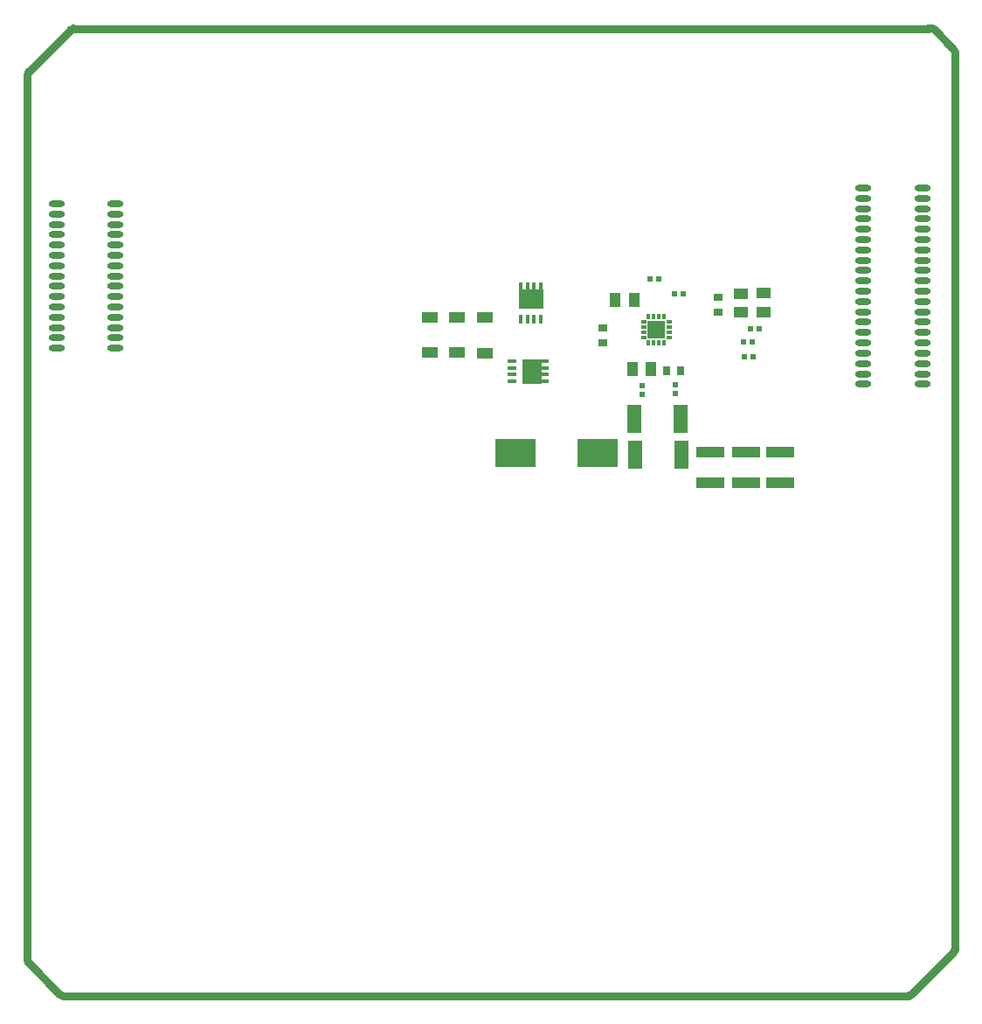
<source format=gbp>
G04 Layer_Color=128*
%FSLAX43Y43*%
%MOMM*%
G71*
G01*
G75*
%ADD12O,1.600X0.600*%
%ADD16R,0.559X0.610*%
%ADD17R,0.610X0.559*%
%ADD23C,0.762*%
%ADD24C,0.762*%
%ADD55R,0.660X0.965*%
%ADD56R,1.448X1.118*%
%ADD57R,2.692X1.118*%
%ADD58R,1.600X1.100*%
%ADD59R,0.965X0.660*%
%ADD60R,1.118X1.448*%
%ADD61R,4.000X2.692*%
%ADD62R,1.900X2.450*%
%ADD63R,0.864X0.406*%
%ADD64R,2.450X1.900*%
%ADD65R,0.406X0.864*%
%ADD66R,1.422X2.718*%
%ADD68R,0.300X0.500*%
%ADD69R,0.500X0.300*%
%ADD116R,0.025X0.025*%
G36*
X62121Y64428D02*
X60421D01*
Y66128D01*
X62121D01*
Y64428D01*
D02*
G37*
D12*
X3124Y63470D02*
D03*
Y64470D02*
D03*
Y65470D02*
D03*
Y66470D02*
D03*
Y67470D02*
D03*
Y68470D02*
D03*
Y69470D02*
D03*
Y70470D02*
D03*
Y71470D02*
D03*
Y72470D02*
D03*
Y73470D02*
D03*
Y74470D02*
D03*
Y75470D02*
D03*
Y76470D02*
D03*
Y77470D02*
D03*
X8824D02*
D03*
Y76470D02*
D03*
Y75470D02*
D03*
Y74470D02*
D03*
Y73470D02*
D03*
Y72470D02*
D03*
Y71470D02*
D03*
Y70470D02*
D03*
Y69470D02*
D03*
Y68470D02*
D03*
Y67470D02*
D03*
Y66470D02*
D03*
Y65470D02*
D03*
Y64470D02*
D03*
Y63470D02*
D03*
X81331Y59994D02*
D03*
Y60994D02*
D03*
Y61994D02*
D03*
Y62994D02*
D03*
Y63994D02*
D03*
Y64994D02*
D03*
Y65994D02*
D03*
Y66994D02*
D03*
Y67994D02*
D03*
Y68994D02*
D03*
Y69994D02*
D03*
Y70994D02*
D03*
Y71994D02*
D03*
Y72994D02*
D03*
Y73994D02*
D03*
Y74994D02*
D03*
Y75994D02*
D03*
Y76994D02*
D03*
Y77994D02*
D03*
Y78994D02*
D03*
X87031D02*
D03*
Y77994D02*
D03*
Y76994D02*
D03*
Y75994D02*
D03*
Y74994D02*
D03*
Y73994D02*
D03*
Y72994D02*
D03*
Y71994D02*
D03*
Y70994D02*
D03*
Y69994D02*
D03*
Y68994D02*
D03*
Y67994D02*
D03*
Y66994D02*
D03*
Y65994D02*
D03*
Y64994D02*
D03*
Y63994D02*
D03*
Y62994D02*
D03*
Y61994D02*
D03*
Y60994D02*
D03*
Y59994D02*
D03*
D16*
X70376Y65380D02*
D03*
X71215D02*
D03*
X70523Y64059D02*
D03*
X69685D02*
D03*
X69786Y62636D02*
D03*
X70625D02*
D03*
X61486Y70180D02*
D03*
X60648D02*
D03*
X63010Y68707D02*
D03*
X63849D02*
D03*
D17*
X63068Y59906D02*
D03*
Y59068D02*
D03*
X59899Y59830D02*
D03*
Y58992D02*
D03*
D23*
X3439Y925D02*
G03*
X3439Y924I270J269D01*
G01*
X3464Y899D02*
G03*
X3734Y787I270J269D01*
G01*
X305Y4216D02*
G03*
X417Y3947I381J0D01*
G01*
X305Y4216D02*
G03*
X416Y3947I381J0D01*
G01*
X3464Y899D02*
G03*
X3734Y787I269J269D01*
G01*
X416Y90236D02*
G03*
X305Y89967I269J-269D01*
G01*
X417Y90237D02*
G03*
X305Y89967I269J-270D01*
G01*
X4775Y94437D02*
G03*
X4505Y94325I0J-381D01*
G01*
X4775Y94437D02*
G03*
X4506Y94326I0J-381D01*
G01*
X85700Y787D02*
G03*
X85969Y899I0J381D01*
G01*
X85700Y787D02*
G03*
X85969Y899I0J381D01*
G01*
X90058Y4988D02*
G03*
X90170Y5258I-269J270D01*
G01*
X90058Y4988D02*
G03*
X90170Y5258I-269J269D01*
G01*
X88153Y94376D02*
G03*
X87694Y94437I-269J-269D01*
G01*
X88154Y94376D02*
G03*
X87694Y94437I-270J-269D01*
G01*
X90170Y92202D02*
G03*
X90058Y92471I-381J0D01*
G01*
X90170Y92202D02*
G03*
X90058Y92472I-381J0D01*
G01*
X3464Y899D02*
X3464Y899D01*
X3439Y924D02*
X3464Y899D01*
X3439Y924D02*
X3439Y924D01*
X3439Y925D02*
X3439Y924D01*
X417Y3947D02*
X3439Y925D01*
X416Y3947D02*
X417Y3947D01*
X3734Y787D02*
X84506D01*
X305Y4216D02*
Y89967D01*
X416Y90236D02*
X417Y90237D01*
X4505Y94325D01*
X4506Y94326D01*
X4775Y94437D02*
X4801D01*
X87694D01*
X84506Y787D02*
X85700D01*
X85969Y899D02*
X85969Y899D01*
X90058Y4988D01*
X90058Y4988D01*
X90170Y5258D02*
Y91821D01*
Y92202D01*
X90058Y92472D02*
X90058Y92471D01*
X88154Y94376D02*
X90058Y92472D01*
X88153Y94376D02*
X88154Y94376D01*
D24*
X3439Y924D02*
D03*
D55*
X62223Y61290D02*
D03*
X63620D02*
D03*
D56*
X71659Y68796D02*
D03*
Y66993D02*
D03*
X69475Y68771D02*
D03*
Y66967D02*
D03*
D57*
X66503Y50444D02*
D03*
Y53442D02*
D03*
X69983Y50444D02*
D03*
Y53442D02*
D03*
X73259Y50419D02*
D03*
Y53416D02*
D03*
D58*
X44653Y63019D02*
D03*
Y66419D02*
D03*
X41935Y63045D02*
D03*
Y66445D02*
D03*
X39319Y63070D02*
D03*
Y66470D02*
D03*
D59*
X67265Y66967D02*
D03*
Y68364D02*
D03*
X56089Y64021D02*
D03*
Y65418D02*
D03*
D60*
X58921Y61493D02*
D03*
X60724D02*
D03*
X57290Y68174D02*
D03*
X59093D02*
D03*
D61*
X47599Y53340D02*
D03*
X55587D02*
D03*
D62*
X49186Y61239D02*
D03*
D63*
X50419Y60264D02*
D03*
Y60914D02*
D03*
Y61564D02*
D03*
Y62214D02*
D03*
X47269D02*
D03*
Y61564D02*
D03*
Y60914D02*
D03*
Y60264D02*
D03*
D64*
X49098Y68211D02*
D03*
D65*
X50073Y69444D02*
D03*
X49423D02*
D03*
X48773D02*
D03*
X48123D02*
D03*
Y66294D02*
D03*
X48773D02*
D03*
X49423D02*
D03*
X50073D02*
D03*
D66*
X63671Y53162D02*
D03*
X59175D02*
D03*
X63620Y56642D02*
D03*
X59124D02*
D03*
D68*
X62021Y66528D02*
D03*
X61521D02*
D03*
X61021D02*
D03*
X60521D02*
D03*
Y64028D02*
D03*
X61021D02*
D03*
X61521D02*
D03*
X62021D02*
D03*
D69*
X60021Y66028D02*
D03*
Y65528D02*
D03*
Y65028D02*
D03*
Y64528D02*
D03*
X62521D02*
D03*
Y65028D02*
D03*
Y65528D02*
D03*
Y66028D02*
D03*
D116*
X61271Y65278D02*
D03*
M02*

</source>
